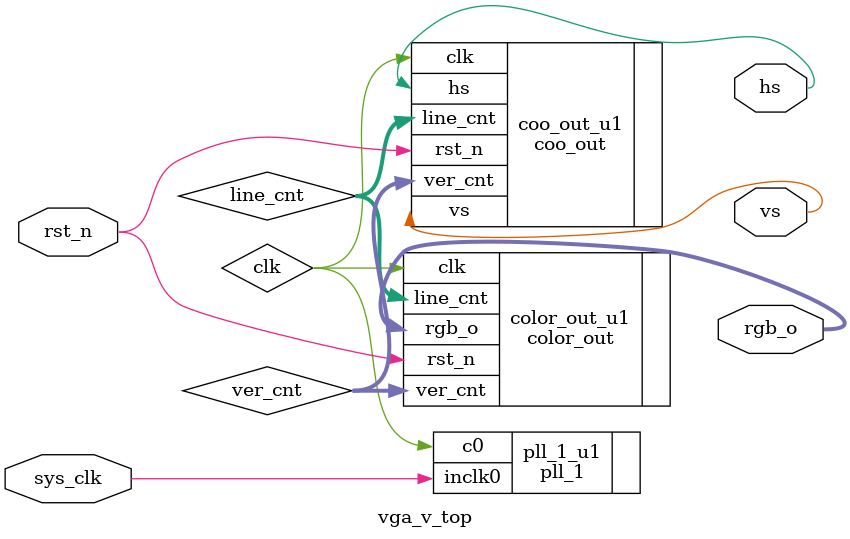
<source format=v>
module  vga_v_top #(parameter WIDTH = 10)(
    //input;
    input    wire    sys_clk,
    input    wire    rst_n,
    //output;
    output   wire    hs,
    output   wire    vs,
    output   wire    [7:0]        rgb_o 
);
wire clk;
wire [WIDTH+1:0] line_cnt;
wire [WIDTH+1:0] ver_cnt;
//pll_1 inst;
pll_1  pll_1_u1( 
    .inclk0             (sys_clk),
    .c0                 (clk)
);
//coo_out inst;
coo_out  coo_out_u1( 
    .clk                (clk),
    .rst_n              (rst_n),
    .hs                 (hs),
    .vs                 (vs),
    .line_cnt           (line_cnt),
    .ver_cnt            (ver_cnt)
);
//color_out inst;
color_out  color_out_u1( 
    .clk                (clk),
    .rst_n              (rst_n),
    .line_cnt           (line_cnt),
    .ver_cnt            (ver_cnt),
    .rgb_o              (rgb_o)
);

endmodule
</source>
